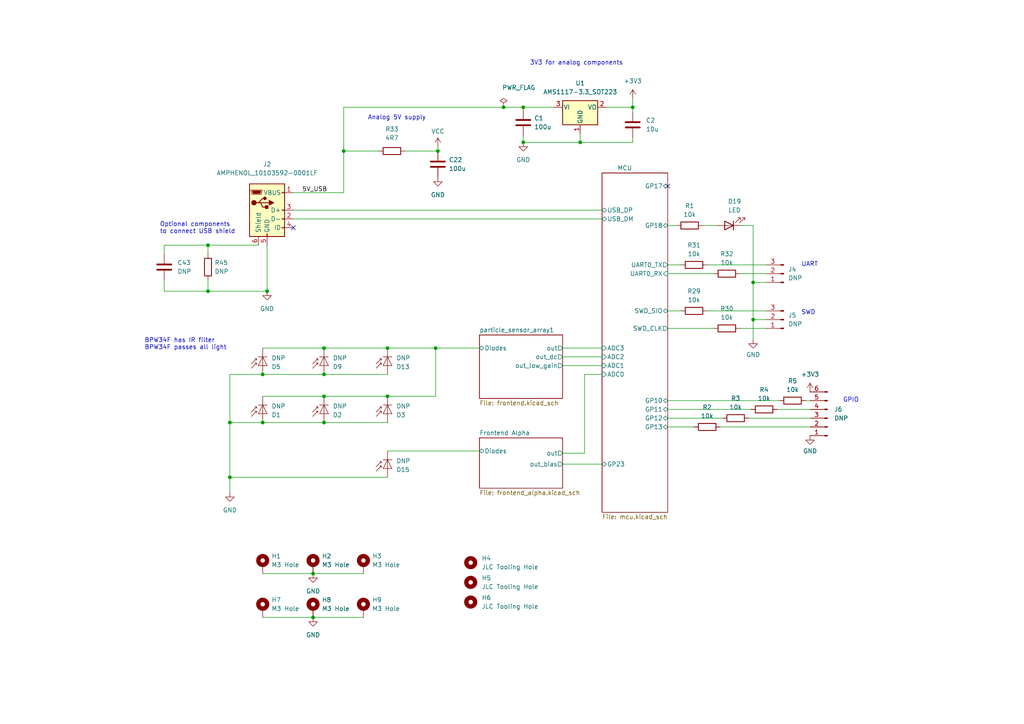
<source format=kicad_sch>
(kicad_sch (version 20230121) (generator eeschema)
  (paper "A4")
  (title_block (title "Beta Board") (date "2024-02-07") (rev "R2.0") (company "Tim Kuhlbusch") (comment 1 "Beta radiation detector"))
  (lib_symbols
    (symbol "Connector:Conn_01x03_Male" (pin_names (offset 1.016) hide)
      (property "Reference" "J" (at 0 5.08 0))
      (property "Value" "Conn_01x03_Male" (at 0 -5.08 0))
      (symbol "Conn_01x03_Male_1_1"
        (polyline (pts (xy 1.27 -2.54) (xy 0.8636 -2.54)) (stroke (width 0.1524)))
        (polyline (pts (xy 1.27 0) (xy 0.8636 0)) (stroke (width 0.1524)))
        (polyline (pts (xy 1.27 2.54) (xy 0.8636 2.54)) (stroke (width 0.1524)))
        (rectangle (start 0.8636 -2.413) (end 0 -2.667) (stroke (width 0.1524)) (fill (type outline)))
        (rectangle (start 0.8636 0.127) (end 0 -0.127) (stroke (width 0.1524)) (fill (type outline)))
        (rectangle (start 0.8636 2.667) (end 0 2.413) (stroke (width 0.1524)) (fill (type outline)))
        (pin passive line (at 5.08 2.54 180) (length 3.81) (name "Pin_1") (number "1"))
        (pin passive line (at 5.08 0 180) (length 3.81) (name "Pin_2") (number "2"))
        (pin passive line (at 5.08 -2.54 180) (length 3.81) (name "Pin_3") (number "3"))
      )
    )
    (symbol "Connector:Conn_01x06_Male" (pin_names (offset 1.016) hide)
      (property "Reference" "J" (at 0 7.62 0))
      (property "Value" "Conn_01x06_Male" (at 0 -10.16 0))
      (symbol "Conn_01x06_Male_1_1"
        (polyline (pts (xy 1.27 -7.62) (xy 0.8636 -7.62)) (stroke (width 0.1524)))
        (polyline (pts (xy 1.27 -5.08) (xy 0.8636 -5.08)) (stroke (width 0.1524)))
        (polyline (pts (xy 1.27 -2.54) (xy 0.8636 -2.54)) (stroke (width 0.1524)))
        (polyline (pts (xy 1.27 0) (xy 0.8636 0)) (stroke (width 0.1524)))
        (polyline (pts (xy 1.27 2.54) (xy 0.8636 2.54)) (stroke (width 0.1524)))
        (polyline (pts (xy 1.27 5.08) (xy 0.8636 5.08)) (stroke (width 0.1524)))
        (rectangle (start 0.8636 -7.493) (end 0 -7.747) (stroke (width 0.1524)) (fill (type outline)))
        (rectangle (start 0.8636 -4.953) (end 0 -5.207) (stroke (width 0.1524)) (fill (type outline)))
        (rectangle (start 0.8636 -2.413) (end 0 -2.667) (stroke (width 0.1524)) (fill (type outline)))
        (rectangle (start 0.8636 0.127) (end 0 -0.127) (stroke (width 0.1524)) (fill (type outline)))
        (rectangle (start 0.8636 2.667) (end 0 2.413) (stroke (width 0.1524)) (fill (type outline)))
        (rectangle (start 0.8636 5.207) (end 0 4.953) (stroke (width 0.1524)) (fill (type outline)))
        (pin passive line (at 5.08 5.08 180) (length 3.81) (name "Pin_1") (number "1"))
        (pin passive line (at 5.08 2.54 180) (length 3.81) (name "Pin_2") (number "2"))
        (pin passive line (at 5.08 0 180) (length 3.81) (name "Pin_3") (number "3"))
        (pin passive line (at 5.08 -2.54 180) (length 3.81) (name "Pin_4") (number "4"))
        (pin passive line (at 5.08 -5.08 180) (length 3.81) (name "Pin_5") (number "5"))
        (pin passive line (at 5.08 -7.62 180) (length 3.81) (name "Pin_6") (number "6"))
      )
    )
    (symbol "Connector:USB_B_Micro" (pin_names (offset 1.016))
      (property "Reference" "J" (at -5.08 11.43 0))
      (property "Value" "USB_B_Micro" (at -5.08 8.89 0))
      (symbol "USB_B_Micro_0_1"
        (rectangle (start -5.08 -7.62) (end 5.08 7.62) (stroke (width 0.254)) (fill (type background)))
        (circle (center -3.81 2.159) (radius 0.635) (stroke (width 0.254)) (fill (type outline)))
        (circle (center -0.635 3.429) (radius 0.381) (stroke (width 0.254)) (fill (type outline)))
        (rectangle (start -0.127 -7.62) (end 0.127 -6.858))
        (polyline (pts (xy -1.905 2.159) (xy 0.635 2.159)) (stroke (width 0.254)))
        (polyline (pts (xy -3.175 2.159) (xy -2.54 2.159) (xy -1.27 3.429) (xy -0.635 3.429)) (stroke (width 0.254)))
        (polyline (pts (xy -2.54 2.159) (xy -1.905 2.159) (xy -1.27 0.889) (xy 0 0.889)) (stroke (width 0.254)))
        (polyline (pts (xy 0.635 2.794) (xy 0.635 1.524) (xy 1.905 2.159) (xy 0.635 2.794)) (stroke (width 0.254)) (fill (type outline)))
        (polyline (pts (xy -4.318 5.588) (xy -1.778 5.588) (xy -2.032 4.826) (xy -4.064 4.826) (xy -4.318 5.588)) (fill (type outline)))
        (polyline (pts (xy -4.699 5.842) (xy -4.699 5.588) (xy -4.445 4.826) (xy -4.445 4.572) (xy -1.651 4.572) (xy -1.651 4.826) (xy -1.397 5.588) (xy -1.397 5.842) (xy -4.699 5.842)))
        (rectangle (start 0.254 1.27) (end -0.508 0.508) (stroke (width 0.254)) (fill (type outline)))
        (rectangle (start 5.08 -5.207) (end 4.318 -4.953))
        (rectangle (start 5.08 -2.667) (end 4.318 -2.413))
        (rectangle (start 5.08 -0.127) (end 4.318 0.127))
        (rectangle (start 5.08 4.953) (end 4.318 5.207))
      )
      (symbol "USB_B_Micro_1_1"
        (pin power_out line (at 7.62 5.08 180) (length 2.54) (name "VBUS") (number "1"))
        (pin bidirectional line (at 7.62 -2.54 180) (length 2.54) (name "D-") (number "2"))
        (pin bidirectional line (at 7.62 0 180) (length 2.54) (name "D+") (number "3"))
        (pin passive line (at 7.62 -5.08 180) (length 2.54) (name "ID") (number "4"))
        (pin power_out line (at 0 -10.16 90) (length 2.54) (name "GND") (number "5"))
        (pin passive line (at -2.54 -10.16 90) (length 2.54) (name "Shield") (number "6"))
      )
    )
    (symbol "Device:C" (pin_numbers hide) (pin_names (offset 0.254))
      (property "Reference" "C" (at 0.635 2.54 0))
      (property "Value" "C" (at 0.635 -2.54 0))
      (symbol "C_0_1"
        (polyline (pts (xy -2.032 -0.762) (xy 2.032 -0.762)) (stroke (width 0.508)))
        (polyline (pts (xy -2.032 0.762) (xy 2.032 0.762)) (stroke (width 0.508)))
      )
      (symbol "C_1_1"
        (pin passive line (at 0 3.81 270) (length 2.794) (name "~") (number "1"))
        (pin passive line (at 0 -3.81 90) (length 2.794) (name "~") (number "2"))
      )
    )
    (symbol "Device:LED" (pin_numbers hide) (pin_names (offset 1.016) hide)
      (property "Reference" "D" (at 0 2.54 0))
      (property "Value" "LED" (at 0 -2.54 0))
      (symbol "LED_0_1"
        (polyline (pts (xy -1.27 -1.27) (xy -1.27 1.27)) (stroke (width 0.254)))
        (polyline (pts (xy -1.27 0) (xy 1.27 0)))
        (polyline (pts (xy 1.27 -1.27) (xy 1.27 1.27) (xy -1.27 0) (xy 1.27 -1.27)) (stroke (width 0.254)))
        (polyline (pts (xy -3.048 -0.762) (xy -4.572 -2.286) (xy -3.81 -2.286) (xy -4.572 -2.286) (xy -4.572 -1.524)))
        (polyline (pts (xy -1.778 -0.762) (xy -3.302 -2.286) (xy -2.54 -2.286) (xy -3.302 -2.286) (xy -3.302 -1.524)))
      )
      (symbol "LED_1_1"
        (pin passive line (at -3.81 0 0) (length 2.54) (name "K") (number "1"))
        (pin passive line (at 3.81 0 180) (length 2.54) (name "A") (number "2"))
      )
    )
    (symbol "Device:R" (pin_numbers hide) (pin_names (offset 0))
      (property "Reference" "R" (at 2.032 0 90))
      (property "Value" "R" (at 0 0 90))
      (symbol "R_0_1"
        (rectangle (start -1.016 -2.54) (end 1.016 2.54) (stroke (width 0.254)))
      )
      (symbol "R_1_1"
        (pin passive line (at 0 3.81 270) (length 1.27) (name "~") (number "1"))
        (pin passive line (at 0 -3.81 90) (length 1.27) (name "~") (number "2"))
      )
    )
    (symbol "Mechanical:MountingHole" (pin_names (offset 1.016))
      (property "Reference" "H" (at 0 5.08 0))
      (property "Value" "MountingHole" (at 0 3.175 0))
      (symbol "MountingHole_0_1"
        (circle (center 0 0) (radius 1.27) (stroke (width 1.27)))
      )
    )
    (symbol "Mechanical:MountingHole_Pad" (pin_numbers hide) (pin_names (offset 1.016) hide)
      (property "Reference" "H" (at 0 6.35 0))
      (property "Value" "MountingHole_Pad" (at 0 4.445 0))
      (symbol "MountingHole_Pad_0_1"
        (circle (center 0 1.27) (radius 1.27) (stroke (width 1.27)))
      )
      (symbol "MountingHole_Pad_1_1"
        (pin input line (at 0 -2.54 90) (length 2.54) (name "1") (number "1"))
      )
    )
    (symbol "Regulator_Linear:NCP1117-3.3_SOT223" (pin_names (offset 0.254))
      (property "Reference" "U" (at -3.81 3.175 0))
      (property "Value" "NCP1117-3.3_SOT223" (at 0 3.175 0))
      (symbol "NCP1117-3.3_SOT223_0_1"
        (rectangle (start -5.08 -5.08) (end 5.08 1.905) (stroke (width 0.254)) (fill (type background)))
      )
      (symbol "NCP1117-3.3_SOT223_1_1"
        (pin power_in line (at 0 -7.62 90) (length 2.54) (name "GND") (number "1"))
        (pin power_out line (at 7.62 0 180) (length 2.54) (name "VO") (number "2"))
        (pin power_in line (at -7.62 0 0) (length 2.54) (name "VI") (number "3"))
      )
    )
    (symbol "Sensor_Optical:BPW34-SMD" (pin_numbers hide) (pin_names (offset 1.016) hide)
      (property "Reference" "D" (at 0.508 1.778 0))
      (property "Value" "BPW34-SMD" (at -1.016 -2.794 0))
      (symbol "BPW34-SMD_0_1"
        (polyline (pts (xy -2.54 1.27) (xy -2.54 -1.27)) (stroke (width 0.1524)))
        (polyline (pts (xy -2.032 1.778) (xy -1.524 1.778)))
        (polyline (pts (xy 0 -1.27) (xy 0 1.27)))
        (polyline (pts (xy 0 0) (xy -2.54 0)))
        (polyline (pts (xy -0.508 3.302) (xy -2.032 1.778) (xy -2.032 2.286)))
        (polyline (pts (xy 0 1.27) (xy -2.54 0) (xy 0 -1.27)))
        (polyline (pts (xy 0.762 3.302) (xy -0.762 1.778) (xy -0.762 2.286) (xy -0.762 1.778) (xy -0.254 1.778)))
      )
      (symbol "BPW34-SMD_1_1"
        (pin passive line (at -5.08 0 0) (length 2.54) (name "K") (number "1"))
        (pin passive line (at 2.54 0 180) (length 2.54) (name "A") (number "2"))
      )
    )
    (symbol "power:+3V3" (power) (pin_names (offset 0))
      (property "Value" "+3V3" (at 0 3.556 0))
      (symbol "+3V3_0_1"
        (polyline (pts (xy -0.762 1.27) (xy 0 2.54)))
        (polyline (pts (xy 0 0) (xy 0 2.54)))
        (polyline (pts (xy 0 2.54) (xy 0.762 1.27)))
      )
      (symbol "+3V3_1_1"
        (pin power_in line (at 0 0 90) (length 0) hide (name "+3V3") (number "1"))
      )
    )
    (symbol "power:GND" (power) (pin_names (offset 0))
      (property "Value" "GND" (at 0 -3.81 0))
      (symbol "GND_0_1"
        (polyline (pts (xy 0 0) (xy 0 -1.27) (xy 1.27 -1.27) (xy 0 -2.54) (xy -1.27 -1.27) (xy 0 -1.27)))
      )
      (symbol "GND_1_1"
        (pin power_in line (at 0 0 270) (length 0) hide (name "GND") (number "1"))
      )
    )
    (symbol "power:PWR_FLAG" (power) (pin_numbers hide) (pin_names (offset 0) hide)
      (property "Value" "PWR_FLAG" (at 0 3.81 0))
      (symbol "PWR_FLAG_0_0"
        (pin power_out line (at 0 0 90) (length 0) (name "pwr") (number "1"))
      )
      (symbol "PWR_FLAG_0_1"
        (polyline (pts (xy 0 0) (xy 0 1.27) (xy -1.016 1.905) (xy 0 2.54) (xy 1.016 1.905) (xy 0 1.27)))
      )
    )
    (symbol "power:VCC" (power) (pin_names (offset 0))
      (property "Value" "VCC" (at 0 3.81 0))
      (symbol "VCC_0_1"
        (polyline (pts (xy -0.762 1.27) (xy 0 2.54)))
        (polyline (pts (xy 0 0) (xy 0 2.54)))
        (polyline (pts (xy 0 2.54) (xy 0.762 1.27)))
      )
      (symbol "VCC_1_1"
        (pin power_in line (at 0 0 90) (length 0) hide (name "VCC") (number "1"))
      )
    )
  )
  (junction (at 151.765 31.115))
  (junction (at 60.325 71.12))
  (junction (at 93.98 122.555))
  (junction (at 76.2 122.555))
  (junction (at 151.765 41.275))
  (junction (at 77.47 84.455))
  (junction (at 168.275 41.275))
  (junction (at 93.98 114.935))
  (junction (at 93.98 100.965))
  (junction (at 218.44 81.915))
  (junction (at 90.805 179.07))
  (junction (at 127 43.815))
  (junction (at 183.515 31.115))
  (junction (at 60.325 84.455))
  (junction (at 66.675 122.555))
  (junction (at 146.05 31.115))
  (junction (at 66.675 138.43))
  (junction (at 112.395 100.965))
  (junction (at 126.365 100.965))
  (junction (at 76.2 108.585))
  (junction (at 93.98 108.585))
  (junction (at 99.695 43.815))
  (junction (at 218.44 92.71))
  (junction (at 90.805 166.37))
  (junction (at 112.395 114.935))
  (no_connect (at 85.09 66.04))
  (no_connect (at 193.675 53.975))
  (wire (pts (xy 169.545 131.445) (xy 169.545 108.585)))
  (wire (pts (xy 85.09 60.96) (xy 174.625 60.96)))
  (wire (pts (xy 126.365 114.935) (xy 126.365 100.965)))
  (wire (pts (xy 193.675 79.375) (xy 207.01 79.375)))
  (wire (pts (xy 93.98 108.585) (xy 112.395 108.585)))
  (wire (pts (xy 112.395 100.965) (xy 126.365 100.965)))
  (wire (pts (xy 233.68 116.205) (xy 234.95 116.205)))
  (wire (pts (xy 207.645 65.405) (xy 203.835 65.405)))
  (wire (pts (xy 99.695 31.115) (xy 146.05 31.115)))
  (wire (pts (xy 218.44 92.71) (xy 222.25 92.71)))
  (wire (pts (xy 76.2 166.37) (xy 90.805 166.37)))
  (wire (pts (xy 93.98 100.965) (xy 112.395 100.965)))
  (wire (pts (xy 214.63 95.25) (xy 222.25 95.25)))
  (wire (pts (xy 183.515 31.115) (xy 183.515 32.385)))
  (wire (pts (xy 163.195 106.045) (xy 174.625 106.045)))
  (wire (pts (xy 66.675 122.555) (xy 76.2 122.555)))
  (wire (pts (xy 47.625 73.66) (xy 47.625 71.12)))
  (wire (pts (xy 90.805 179.07) (xy 105.41 179.07)))
  (wire (pts (xy 76.2 122.555) (xy 93.98 122.555)))
  (wire (pts (xy 126.365 100.965) (xy 139.065 100.965)))
  (wire (pts (xy 77.47 71.12) (xy 77.47 84.455)))
  (wire (pts (xy 99.695 43.815) (xy 99.695 55.88)))
  (wire (pts (xy 47.625 84.455) (xy 60.325 84.455)))
  (wire (pts (xy 214.63 79.375) (xy 222.25 79.375)))
  (wire (pts (xy 218.44 81.915) (xy 222.25 81.915)))
  (wire (pts (xy 60.325 73.66) (xy 60.325 71.12)))
  (wire (pts (xy 117.475 43.815) (xy 127 43.815)))
  (wire (pts (xy 99.695 31.115) (xy 99.695 43.815)))
  (wire (pts (xy 66.675 122.555) (xy 66.675 138.43)))
  (wire (pts (xy 169.545 108.585) (xy 174.625 108.585)))
  (wire (pts (xy 76.2 100.965) (xy 93.98 100.965)))
  (wire (pts (xy 215.265 65.405) (xy 218.44 65.405)))
  (wire (pts (xy 151.765 39.37) (xy 151.765 41.275)))
  (wire (pts (xy 218.44 92.71) (xy 218.44 98.425)))
  (wire (pts (xy 151.765 31.75) (xy 151.765 31.115)))
  (wire (pts (xy 205.105 76.835) (xy 222.25 76.835)))
  (wire (pts (xy 47.625 84.455) (xy 47.625 81.28)))
  (wire (pts (xy 99.695 43.815) (xy 109.855 43.815)))
  (wire (pts (xy 85.09 63.5) (xy 174.625 63.5)))
  (wire (pts (xy 93.98 114.935) (xy 112.395 114.935)))
  (wire (pts (xy 76.2 108.585) (xy 93.98 108.585)))
  (wire (pts (xy 151.765 31.115) (xy 160.655 31.115)))
  (wire (pts (xy 193.675 65.405) (xy 196.215 65.405)))
  (wire (pts (xy 168.275 38.735) (xy 168.275 41.275)))
  (wire (pts (xy 183.515 28.575) (xy 183.515 31.115)))
  (wire (pts (xy 66.675 138.43) (xy 66.675 142.875)))
  (wire (pts (xy 112.395 130.81) (xy 139.065 130.81)))
  (wire (pts (xy 60.325 71.12) (xy 74.93 71.12)))
  (wire (pts (xy 66.675 108.585) (xy 76.2 108.585)))
  (wire (pts (xy 205.105 90.17) (xy 222.25 90.17)))
  (wire (pts (xy 146.05 31.115) (xy 151.765 31.115)))
  (wire (pts (xy 66.675 108.585) (xy 66.675 122.555)))
  (wire (pts (xy 193.675 118.745) (xy 217.805 118.745)))
  (wire (pts (xy 208.915 123.825) (xy 234.95 123.825)))
  (wire (pts (xy 163.195 103.505) (xy 174.625 103.505)))
  (wire (pts (xy 175.895 31.115) (xy 183.515 31.115)))
  (wire (pts (xy 60.325 84.455) (xy 60.325 81.28)))
  (wire (pts (xy 193.675 76.835) (xy 197.485 76.835)))
  (wire (pts (xy 183.515 41.275) (xy 183.515 40.005)))
  (wire (pts (xy 168.275 41.275) (xy 183.515 41.275)))
  (wire (pts (xy 85.09 55.88) (xy 99.695 55.88)))
  (wire (pts (xy 193.675 123.825) (xy 201.295 123.825)))
  (wire (pts (xy 193.675 95.25) (xy 207.01 95.25)))
  (wire (pts (xy 163.195 100.965) (xy 174.625 100.965)))
  (wire (pts (xy 151.765 41.275) (xy 168.275 41.275)))
  (wire (pts (xy 225.425 118.745) (xy 234.95 118.745)))
  (wire (pts (xy 112.395 114.935) (xy 126.365 114.935)))
  (wire (pts (xy 76.2 114.935) (xy 93.98 114.935)))
  (wire (pts (xy 218.44 81.915) (xy 218.44 92.71)))
  (wire (pts (xy 127 42.545) (xy 127 43.815)))
  (wire (pts (xy 93.98 122.555) (xy 112.395 122.555)))
  (wire (pts (xy 163.195 134.62) (xy 174.625 134.62)))
  (wire (pts (xy 90.805 166.37) (xy 105.41 166.37)))
  (wire (pts (xy 60.325 84.455) (xy 77.47 84.455)))
  (wire (pts (xy 47.625 71.12) (xy 60.325 71.12)))
  (wire (pts (xy 218.44 65.405) (xy 218.44 81.915)))
  (wire (pts (xy 193.675 116.205) (xy 226.06 116.205)))
  (wire (pts (xy 193.675 121.285) (xy 209.55 121.285)))
  (wire (pts (xy 163.195 131.445) (xy 169.545 131.445)))
  (wire (pts (xy 193.675 90.17) (xy 197.485 90.17)))
  (wire (pts (xy 66.675 138.43) (xy 112.395 138.43)))
  (wire (pts (xy 76.2 179.07) (xy 90.805 179.07)))
  (wire (pts (xy 217.17 121.285) (xy 234.95 121.285)))
  (text "SWD" (at 232.41 91.44 0) (effects (font (size 1.27 1.27)) (justify left bottom)))
  (text "GPIO" (at 244.475 116.84 0) (effects (font (size 1.27 1.27)) (justify left bottom)))
  (text "Analog 5V supply" (at 106.68 34.925 0) (effects (font (size 1.27 1.27)) (justify left bottom)))
  (text "3V3 for analog components" (at 153.67 19.05 0) (effects (font (size 1.27 1.27)) (justify left bottom)))
  (text "BPW34F has IR filter\nBPW34F passes all light" (at 41.91 101.6 0) (effects (font (size 1.27 1.27)) (justify left bottom)))
  (text "UART" (at 232.41 77.47 0) (effects (font (size 1.27 1.27)) (justify left bottom)))
  (text "Optional components\nto connect USB shield" (at 46.355 67.945 0) (effects (font (size 1.27 1.27)) (justify left bottom)))
  (label "5V_USB" (at 87.63 55.88 0))
  (symbol (lib_id "Mechanical:MountingHole") (at 136.525 163.195 0) (unit 1) (in_bom no)
    (property "Reference" "H4" (at 139.7 161.9249 0) (effects (justify left)))
    (property "Value" "JLC Tooling Hole" (at 139.7 164.4649 0) (effects (justify left)))
    (property "Footprint" "betaBoard:JLC_tooling_hole" (effects hide))
  )
  (symbol (lib_id "Mechanical:MountingHole_Pad") (at 90.805 163.83 0) (unit 1) (in_bom no)
    (property "Reference" "H2" (at 93.345 161.2899 0) (effects (justify left)))
    (property "Value" "M3 Hole" (at 93.345 163.8299 0) (effects (justify left)))
    (property "Footprint" "MountingHole:MountingHole_2.7mm_M2.5_DIN965_Pad" (effects hide))
  )
  (symbol (lib_id "Device:R") (at 200.025 65.405 270) (unit 1)
    (property "Reference" "R1" (at 200.025 59.69 90))
    (property "Value" "10k" (at 200.025 62.23 90))
    (property "Footprint" "Resistor_SMD:R_0603_1608Metric" (effects hide))
  )
  (symbol (lib_id "Connector:Conn_01x03_Male") (at 227.33 79.375 180) (unit 1)
    (property "Reference" "J4" (at 228.6 78.1049 0) (effects (justify right)))
    (property "Value" "DNP" (at 228.6 80.6449 0) (effects (justify right)))
    (property "Footprint" "Connector_PinHeader_2.54mm:PinHeader_1x03_P2.54mm_Vertical" (effects hide))
  )
  (symbol (lib_id "Device:R") (at 201.295 76.835 90) (unit 1)
    (property "Reference" "R31" (at 201.295 71.12 90))
    (property "Value" "10k" (at 201.295 73.66 90))
    (property "Footprint" "Resistor_SMD:R_0603_1608Metric" (effects hide))
  )
  (symbol (lib_id "Device:R") (at 210.82 79.375 90) (unit 1)
    (property "Reference" "R32" (at 210.82 73.66 90))
    (property "Value" "10k" (at 210.82 76.2 90))
    (property "Footprint" "Resistor_SMD:R_0603_1608Metric" (effects hide))
  )
  (symbol (lib_id "power:PWR_FLAG") (at 146.05 31.115 0) (unit 1)
    (property "Reference" "#FLG01" (effects hide))
    (property "Value" "PWR_FLAG" (at 150.495 25.4 0))
  )
  (symbol (lib_id "power:GND") (at 127 51.435 0) (unit 1)
    (property "Reference" "#PWR027" (effects hide))
    (property "Value" "GND" (at 127 56.515 0))
  )
  (symbol (lib_id "Mechanical:MountingHole_Pad") (at 105.41 163.83 0) (unit 1) (in_bom no)
    (property "Reference" "H3" (at 107.95 161.2899 0) (effects (justify left)))
    (property "Value" "M3 Hole" (at 107.95 163.8299 0) (effects (justify left)))
    (property "Footprint" "MountingHole:MountingHole_2.7mm_M2.5_DIN965_Pad" (effects hide))
  )
  (symbol (lib_id "Sensor_Optical:BPW34-SMD") (at 93.98 120.015 90) (mirror x) (unit 1)
    (property "Reference" "D2" (at 96.52 120.358 90) (effects (justify right)))
    (property "Value" "DNP" (at 96.52 117.818 90) (effects (justify right)))
    (property "Footprint" "OptoDevice:Osram_BPW34S-SMD" (effects hide))
    (property "Datasheet" "https://dammedia.osram.info/media/resource/hires/osram-dam-5488319/BPW%2034%20S_EN.pdf" (effects hide))
  )
  (symbol (lib_id "Mechanical:MountingHole_Pad") (at 90.805 176.53 0) (unit 1) (in_bom no)
    (property "Reference" "H8" (at 93.345 173.9899 0) (effects (justify left)))
    (property "Value" "M3 Hole" (at 93.345 176.5299 0) (effects (justify left)))
    (property "Footprint" "MountingHole:MountingHole_2.7mm_M2.5_DIN965_Pad" (effects hide))
  )
  (symbol (lib_id "Device:C") (at 183.515 36.195 0) (unit 1)
    (property "Reference" "C2" (at 187.325 34.9249 0) (effects (justify left)))
    (property "Value" "10u" (at 187.325 37.4649 0) (effects (justify left)))
    (property "Footprint" "Capacitor_SMD:C_1206_3216Metric" (effects hide))
  )
  (symbol (lib_id "Sensor_Optical:BPW34-SMD") (at 112.395 135.89 90) (mirror x) (unit 1)
    (property "Reference" "D15" (at 114.935 136.233 90) (effects (justify right)))
    (property "Value" "DNP" (at 114.935 133.693 90) (effects (justify right)))
    (property "Footprint" "OptoDevice:Osram_BPW34S-SMD" (effects hide))
    (property "Datasheet" "https://dammedia.osram.info/media/resource/hires/osram-dam-5488319/BPW%2034%20S_EN.pdf" (effects hide))
  )
  (symbol (lib_id "Sensor_Optical:BPW34-SMD") (at 76.2 120.015 90) (mirror x) (unit 1)
    (property "Reference" "D1" (at 78.74 120.358 90) (effects (justify right)))
    (property "Value" "DNP" (at 78.74 117.818 90) (effects (justify right)))
    (property "Footprint" "OptoDevice:Osram_BPW34S-SMD" (effects hide))
    (property "Datasheet" "https://dammedia.osram.info/media/resource/hires/osram-dam-5488319/BPW%2034%20S_EN.pdf" (effects hide))
  )
  (symbol (lib_id "Device:C") (at 47.625 77.47 0) (unit 1)
    (property "Reference" "C43" (at 51.435 76.2 0) (effects (justify left)))
    (property "Value" "DNP" (at 51.435 78.74 0) (effects (justify left)))
    (property "Footprint" "Capacitor_SMD:C_0603_1608Metric" (effects hide))
  )
  (symbol (lib_id "Device:LED") (at 211.455 65.405 180) (unit 1)
    (property "Reference" "D19" (at 213.0425 58.42 0))
    (property "Value" "LED" (at 213.0425 60.96 0))
    (property "Footprint" "LED_SMD:LED_0603_1608Metric" (effects hide))
  )
  (symbol (lib_id "Mechanical:MountingHole") (at 136.525 168.91 0) (unit 1) (in_bom no)
    (property "Reference" "H5" (at 139.7 167.6399 0) (effects (justify left)))
    (property "Value" "JLC Tooling Hole" (at 139.7 170.1799 0) (effects (justify left)))
    (property "Footprint" "betaBoard:JLC_tooling_hole" (effects hide))
  )
  (symbol (lib_id "power:GND") (at 66.675 142.875 0) (unit 1)
    (property "Reference" "#PWR04" (effects hide))
    (property "Value" "GND" (at 66.675 147.955 0))
  )
  (symbol (lib_id "Sensor_Optical:BPW34-SMD") (at 76.2 106.045 90) (mirror x) (unit 1)
    (property "Reference" "D5" (at 78.74 106.388 90) (effects (justify right)))
    (property "Value" "DNP" (at 78.74 103.848 90) (effects (justify right)))
    (property "Footprint" "OptoDevice:Osram_BPW34S-SMD" (effects hide))
    (property "Datasheet" "https://dammedia.osram.info/media/resource/hires/osram-dam-5488319/BPW%2034%20S_EN.pdf" (effects hide))
  )
  (symbol (lib_id "Device:C") (at 127 47.625 0) (unit 1)
    (property "Reference" "C22" (at 130.175 46.355 0) (effects (justify left)))
    (property "Value" "100u" (at 130.175 48.895 0) (effects (justify left)))
    (property "Footprint" "Capacitor_SMD:C_1206_3216Metric" (effects hide))
  )
  (symbol (lib_id "power:GND") (at 218.44 98.425 0) (unit 1)
    (property "Reference" "#PWR011" (effects hide))
    (property "Value" "GND" (at 218.44 102.87 0))
  )
  (symbol (lib_id "Mechanical:MountingHole_Pad") (at 76.2 176.53 0) (unit 1) (in_bom no)
    (property "Reference" "H7" (at 78.74 173.9899 0) (effects (justify left)))
    (property "Value" "M3 Hole" (at 78.74 176.5299 0) (effects (justify left)))
    (property "Footprint" "MountingHole:MountingHole_2.7mm_M2.5_DIN965_Pad" (effects hide))
  )
  (symbol (lib_id "power:VCC") (at 127 42.545 0) (unit 1)
    (property "Reference" "#PWR024" (effects hide))
    (property "Value" "VCC" (at 127 38.1 0))
  )
  (symbol (lib_id "Mechanical:MountingHole_Pad") (at 105.41 176.53 0) (unit 1) (in_bom no)
    (property "Reference" "H9" (at 107.95 173.9899 0) (effects (justify left)))
    (property "Value" "M3 Hole" (at 107.95 176.5299 0) (effects (justify left)))
    (property "Footprint" "MountingHole:MountingHole_2.7mm_M2.5_DIN965_Pad" (effects hide))
  )
  (symbol (lib_id "power:+3V3") (at 183.515 28.575 0) (unit 1)
    (property "Reference" "#PWR010" (effects hide))
    (property "Value" "+3V3" (at 183.515 23.495 0))
  )
  (symbol (lib_id "power:GND") (at 90.805 166.37 0) (unit 1)
    (property "Reference" "#PWR05" (effects hide))
    (property "Value" "GND" (at 90.805 171.45 0))
  )
  (symbol (lib_id "Sensor_Optical:BPW34-SMD") (at 112.395 106.045 90) (mirror x) (unit 1)
    (property "Reference" "D13" (at 114.935 106.388 90) (effects (justify right)))
    (property "Value" "DNP" (at 114.935 103.848 90) (effects (justify right)))
    (property "Footprint" "OptoDevice:Osram_BPW34S-SMD" (effects hide))
    (property "Datasheet" "https://dammedia.osram.info/media/resource/hires/osram-dam-5488319/BPW%2034%20S_EN.pdf" (effects hide))
  )
  (symbol (lib_id "Device:R") (at 213.36 121.285 90) (unit 1)
    (property "Reference" "R3" (at 213.36 115.57 90))
    (property "Value" "10k" (at 213.36 118.11 90))
    (property "Footprint" "Resistor_SMD:R_0603_1608Metric" (effects hide))
  )
  (symbol (lib_id "power:GND") (at 90.805 179.07 0) (unit 1)
    (property "Reference" "#PWR031" (effects hide))
    (property "Value" "GND" (at 90.805 184.15 0))
  )
  (symbol (lib_id "power:GND") (at 151.765 41.275 0) (unit 1)
    (property "Reference" "#PWR01" (effects hide))
    (property "Value" "GND" (at 151.765 46.355 0))
  )
  (symbol (lib_id "Device:R") (at 113.665 43.815 270) (unit 1)
    (property "Reference" "R33" (at 113.665 37.465 90))
    (property "Value" "4R7" (at 113.665 40.005 90))
    (property "Footprint" "Resistor_SMD:R_0603_1608Metric" (effects hide))
  )
  (symbol (lib_id "Connector:Conn_01x03_Male") (at 227.33 92.71 180) (unit 1)
    (property "Reference" "J5" (at 228.6 91.4399 0) (effects (justify right)))
    (property "Value" "DNP" (at 228.6 93.9799 0) (effects (justify right)))
    (property "Footprint" "Connector_PinHeader_2.54mm:PinHeader_1x03_P2.54mm_Vertical" (effects hide))
  )
  (symbol (lib_id "Device:R") (at 229.87 116.205 90) (unit 1)
    (property "Reference" "R5" (at 229.87 110.49 90))
    (property "Value" "10k" (at 229.87 113.03 90))
    (property "Footprint" "Resistor_SMD:R_0603_1608Metric" (effects hide))
  )
  (symbol (lib_id "Connector:USB_B_Micro") (at 77.47 60.96 0) (unit 1)
    (property "Reference" "J2" (at 77.47 47.625 0))
    (property "Value" "AMPHENOL_10103592-0001LF" (at 77.47 50.165 0))
    (property "Footprint" "betaBoard:AMPHENOL_10103592-0001LF" (effects hide))
  )
  (symbol (lib_id "Sensor_Optical:BPW34-SMD") (at 93.98 106.045 90) (mirror x) (unit 1)
    (property "Reference" "D9" (at 96.52 106.388 90) (effects (justify right)))
    (property "Value" "DNP" (at 96.52 103.848 90) (effects (justify right)))
    (property "Footprint" "OptoDevice:Osram_BPW34S-SMD" (effects hide))
    (property "Datasheet" "https://dammedia.osram.info/media/resource/hires/osram-dam-5488319/BPW%2034%20S_EN.pdf" (effects hide))
  )
  (symbol (lib_id "Device:R") (at 60.325 77.47 180) (unit 1)
    (property "Reference" "R45" (at 62.23 76.2 0) (effects (justify right)))
    (property "Value" "DNP" (at 62.23 78.74 0) (effects (justify right)))
    (property "Footprint" "Resistor_SMD:R_0603_1608Metric" (effects hide))
  )
  (symbol (lib_id "Device:R") (at 205.105 123.825 90) (unit 1)
    (property "Reference" "R2" (at 205.105 118.11 90))
    (property "Value" "10k" (at 205.105 120.65 90))
    (property "Footprint" "Resistor_SMD:R_0603_1608Metric" (effects hide))
  )
  (symbol (lib_id "power:+3V3") (at 234.95 113.665 0) (unit 1)
    (property "Reference" "#PWR014" (effects hide))
    (property "Value" "+3V3" (at 234.95 108.585 0))
  )
  (symbol (lib_id "Device:R") (at 221.615 118.745 90) (unit 1)
    (property "Reference" "R4" (at 221.615 113.03 90))
    (property "Value" "10k" (at 221.615 115.57 90))
    (property "Footprint" "Resistor_SMD:R_0603_1608Metric" (effects hide))
  )
  (symbol (lib_id "Device:R") (at 210.82 95.25 90) (unit 1)
    (property "Reference" "R30" (at 210.82 89.535 90))
    (property "Value" "10k" (at 210.82 92.075 90))
    (property "Footprint" "Resistor_SMD:R_0603_1608Metric" (effects hide))
  )
  (symbol (lib_id "power:GND") (at 234.95 126.365 0) (unit 1)
    (property "Reference" "#PWR015" (effects hide))
    (property "Value" "GND" (at 234.95 130.81 0))
  )
  (symbol (lib_id "Connector:Conn_01x06_Male") (at 240.03 121.285 180) (unit 1)
    (property "Reference" "J6" (at 241.935 118.7449 0) (effects (justify right)))
    (property "Value" "DNP" (at 241.935 121.2849 0) (effects (justify right)))
    (property "Footprint" "Connector_PinHeader_2.54mm:PinHeader_1x06_P2.54mm_Vertical" (effects hide))
  )
  (symbol (lib_id "Regulator_Linear:NCP1117-3.3_SOT223") (at 168.275 31.115 0) (unit 1)
    (property "Reference" "U1" (at 168.275 24.13 0))
    (property "Value" "AMS1117-3.3_SOT223" (at 168.275 26.67 0))
    (property "Footprint" "Package_TO_SOT_SMD:SOT-223-3_TabPin2" (effects hide))
    (property "Datasheet" "http://www.onsemi.com/pub_link/Collateral/NCP1117-D.PDF" (effects hide))
  )
  (symbol (lib_id "Sensor_Optical:BPW34-SMD") (at 112.395 120.015 90) (mirror x) (unit 1)
    (property "Reference" "D3" (at 114.935 120.358 90) (effects (justify right)))
    (property "Value" "DNP" (at 114.935 117.818 90) (effects (justify right)))
    (property "Footprint" "OptoDevice:Osram_BPW34S-SMD" (effects hide))
    (property "Datasheet" "https://dammedia.osram.info/media/resource/hires/osram-dam-5488319/BPW%2034%20S_EN.pdf" (effects hide))
  )
  (symbol (lib_id "Mechanical:MountingHole_Pad") (at 76.2 163.83 0) (unit 1) (in_bom no)
    (property "Reference" "H1" (at 78.74 161.2899 0) (effects (justify left)))
    (property "Value" "M3 Hole" (at 78.74 163.8299 0) (effects (justify left)))
    (property "Footprint" "MountingHole:MountingHole_2.7mm_M2.5_DIN965_Pad" (effects hide))
  )
  (symbol (lib_id "power:GND") (at 77.47 84.455 0) (unit 1)
    (property "Reference" "#PWR06" (effects hide))
    (property "Value" "GND" (at 77.47 89.535 0))
  )
  (symbol (lib_id "Device:C") (at 151.765 35.56 0) (unit 1)
    (property "Reference" "C1" (at 154.94 34.29 0) (effects (justify left)))
    (property "Value" "100u" (at 154.94 36.83 0) (effects (justify left)))
    (property "Footprint" "Capacitor_SMD:C_1206_3216Metric" (effects hide))
  )
  (symbol (lib_id "Mechanical:MountingHole") (at 136.525 174.625 0) (unit 1) (in_bom no)
    (property "Reference" "H6" (at 139.7 173.3549 0) (effects (justify left)))
    (property "Value" "JLC Tooling Hole" (at 139.7 175.8949 0) (effects (justify left)))
    (property "Footprint" "betaBoard:JLC_tooling_hole" (effects hide))
  )
  (symbol (lib_id "Device:R") (at 201.295 90.17 90) (unit 1)
    (property "Reference" "R29" (at 201.295 84.455 90))
    (property "Value" "10k" (at 201.295 86.995 90))
    (property "Footprint" "Resistor_SMD:R_0603_1608Metric" (effects hide))
  )
  (sheet (at 139.065 127) (size 24.13 14.605) (stroke (width 0.1524))
    (property "Sheetname" "Frontend Alpha" (at 139.065 126.2884 0) (effects (justify left bottom)))
    (property "Sheetfile" "frontend_alpha.kicad_sch" (at 139.065 142.1896 0) (effects (justify left top)))
    (pin "Diodes" bidirectional (at 139.065 130.81 180))
    (pin "out_bias" output (at 163.195 134.62 0))
    (pin "out" output (at 163.195 131.445 0))
  )
  (sheet (at 174.625 50.165) (size 19.05 98.425) (stroke (width 0.1524))
    (property "Sheetname" "MCU" (at 179.07 49.4534 0) (effects (justify left bottom)))
    (property "Sheetfile" "mcu.kicad_sch" (at 174.625 149.1746 0) (effects (justify left top)))
    (pin "SWD_SIO" bidirectional (at 193.675 90.17 0))
    (pin "SWD_CLK" output (at 193.675 95.25 0))
    (pin "ADC0" input (at 174.625 108.585 180))
    (pin "ADC2" input (at 174.625 103.505 180))
    (pin "ADC1" input (at 174.625 106.045 180))
    (pin "ADC3" input (at 174.625 100.965 180))
    (pin "GP18" bidirectional (at 193.675 65.405 0))
    (pin "UART0_TX" output (at 193.675 76.835 0))
    (pin "UART0_RX" input (at 193.675 79.375 0))
    (pin "GP11" bidirectional (at 193.675 118.745 0))
    (pin "GP10" bidirectional (at 193.675 116.205 0))
    (pin "GP12" bidirectional (at 193.675 121.285 0))
    (pin "GP13" bidirectional (at 193.675 123.825 0))
    (pin "USB_DP" bidirectional (at 174.625 60.96 180))
    (pin "USB_DM" bidirectional (at 174.625 63.5 180))
    (pin "GP17" bidirectional (at 193.675 53.975 0))
    (pin "GP23" bidirectional (at 174.625 134.62 180))
  )
  (sheet (at 139.065 97.155) (size 24.13 18.415) (stroke (width 0.1524))
    (property "Sheetname" "particle_sensor_array1" (at 139.065 96.4434 0) (effects (justify left bottom)))
    (property "Sheetfile" "frontend.kicad_sch" (at 139.065 116.1546 0) (effects (justify left top)))
    (pin "out" output (at 163.195 100.965 0))
    (pin "Diodes" bidirectional (at 139.065 100.965 180))
    (pin "out_dc" output (at 163.195 103.505 0))
    (pin "out_low_gain" output (at 163.195 106.045 0))
  )
)
</source>
